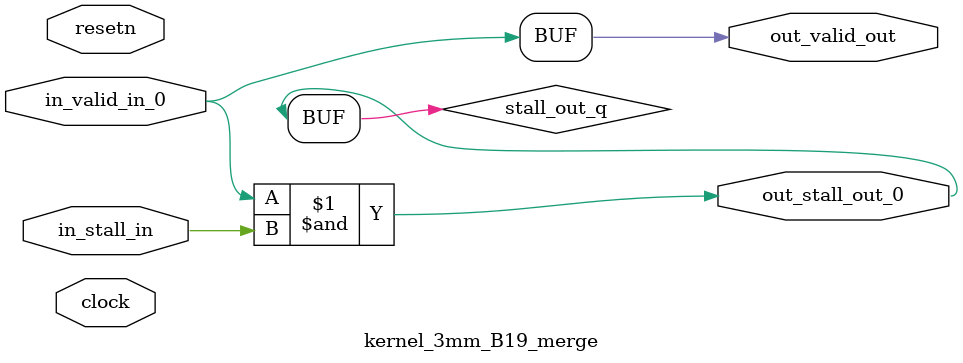
<source format=sv>



(* altera_attribute = "-name AUTO_SHIFT_REGISTER_RECOGNITION OFF; -name MESSAGE_DISABLE 10036; -name MESSAGE_DISABLE 10037; -name MESSAGE_DISABLE 14130; -name MESSAGE_DISABLE 14320; -name MESSAGE_DISABLE 15400; -name MESSAGE_DISABLE 14130; -name MESSAGE_DISABLE 10036; -name MESSAGE_DISABLE 12020; -name MESSAGE_DISABLE 12030; -name MESSAGE_DISABLE 12010; -name MESSAGE_DISABLE 12110; -name MESSAGE_DISABLE 14320; -name MESSAGE_DISABLE 13410; -name MESSAGE_DISABLE 113007; -name MESSAGE_DISABLE 10958" *)
module kernel_3mm_B19_merge (
    input wire [0:0] in_stall_in,
    input wire [0:0] in_valid_in_0,
    output wire [0:0] out_stall_out_0,
    output wire [0:0] out_valid_out,
    input wire clock,
    input wire resetn
    );

    wire [0:0] stall_out_q;


    // stall_out(LOGICAL,6)
    assign stall_out_q = in_valid_in_0 & in_stall_in;

    // out_stall_out_0(GPOUT,4)
    assign out_stall_out_0 = stall_out_q;

    // out_valid_out(GPOUT,5)
    assign out_valid_out = in_valid_in_0;

endmodule

</source>
